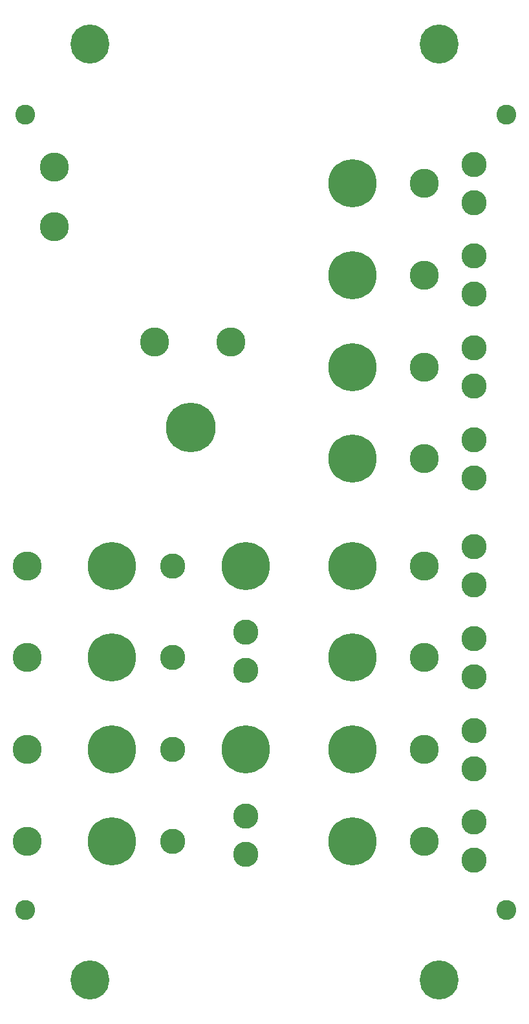
<source format=gbr>
G04 #@! TF.GenerationSoftware,KiCad,Pcbnew,(6.0.1)*
G04 #@! TF.CreationDate,2023-09-27T16:02:52-07:00*
G04 #@! TF.ProjectId,panel,70616e65-6c2e-46b6-9963-61645f706362,2.1*
G04 #@! TF.SameCoordinates,Original*
G04 #@! TF.FileFunction,Soldermask,Top*
G04 #@! TF.FilePolarity,Negative*
%FSLAX46Y46*%
G04 Gerber Fmt 4.6, Leading zero omitted, Abs format (unit mm)*
G04 Created by KiCad (PCBNEW (6.0.1)) date 2023-09-27 16:02:52*
%MOMM*%
%LPD*%
G01*
G04 APERTURE LIST*
%ADD10C,5.102000*%
%ADD11C,6.502000*%
%ADD12C,3.302000*%
%ADD13C,2.602000*%
%ADD14C,3.802000*%
%ADD15C,6.302000*%
G04 APERTURE END LIST*
D10*
X62500000Y-43750000D03*
X108220000Y-43750000D03*
X108220000Y-166150000D03*
X62500000Y-166150000D03*
D11*
X75700000Y-93950000D03*
D12*
X73270000Y-124000000D03*
X73270000Y-136000000D03*
X73270000Y-148000000D03*
D13*
X54000000Y-53000000D03*
X117000000Y-53000000D03*
X117000000Y-157000000D03*
X54000000Y-157000000D03*
D14*
X106250000Y-62000000D03*
X106250000Y-74000000D03*
X106250000Y-86000000D03*
X106250000Y-98000000D03*
X106250000Y-112000000D03*
X106250000Y-124000000D03*
X106250000Y-136000000D03*
D15*
X65370000Y-136000000D03*
X65370000Y-148000000D03*
X96870000Y-62000000D03*
X96870000Y-74000000D03*
X96870000Y-86000000D03*
X65370000Y-112000000D03*
D12*
X112770000Y-59500000D03*
X112770000Y-71500000D03*
D14*
X70950000Y-82750000D03*
D15*
X82870000Y-112000000D03*
D12*
X112770000Y-145500000D03*
X112770000Y-138500000D03*
D14*
X57850000Y-59850000D03*
D12*
X112770000Y-126500000D03*
D14*
X106250000Y-148000000D03*
D15*
X96870000Y-148000000D03*
D12*
X82870000Y-149700000D03*
D15*
X96870000Y-112000000D03*
D12*
X112770000Y-150500000D03*
D15*
X82870000Y-136000000D03*
D14*
X54250000Y-136000000D03*
D15*
X96870000Y-98000000D03*
D12*
X112770000Y-88520000D03*
X112770000Y-121500000D03*
D14*
X54250000Y-148000000D03*
D12*
X112770000Y-114500000D03*
X112770000Y-95500000D03*
D14*
X57850000Y-67700000D03*
D15*
X96870000Y-136000000D03*
X96870000Y-124000000D03*
D12*
X73270000Y-112000000D03*
X112770000Y-109500000D03*
X82870000Y-125700000D03*
X112770000Y-133500000D03*
D14*
X54250000Y-124000000D03*
D12*
X82870000Y-120700000D03*
X82870000Y-144700000D03*
D15*
X65370000Y-124000000D03*
D12*
X112770000Y-64500000D03*
X112770000Y-83500000D03*
D14*
X80950000Y-82750000D03*
X54250000Y-112000000D03*
D12*
X112770000Y-100500000D03*
X112770000Y-76450000D03*
M02*

</source>
